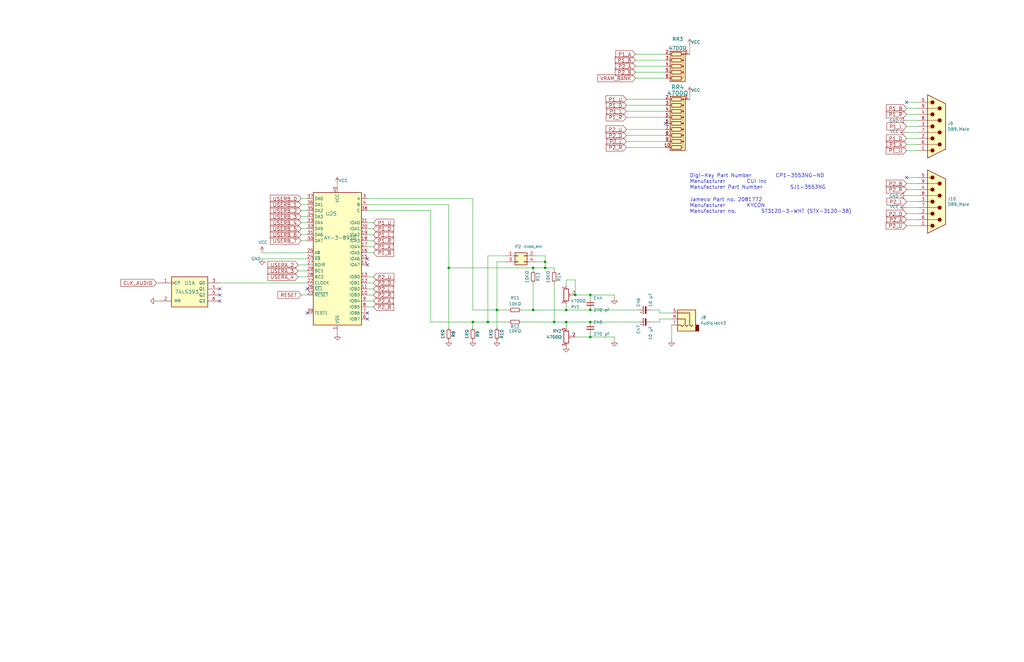
<source format=kicad_sch>
(kicad_sch (version 20211123) (generator eeschema)
  (paper "B")
  (lib_symbols
    (symbol "74xx:74LS393" (pin_names (offset 1.016))
      (property "Reference" "U" (at -7.62 8.89 0))
      (property "Value" "74LS393" (at -7.62 -8.89 0))
      (symbol "74LS393_1_0"
        (pin input clock (at -12.7 2.54 0) (length 5.08) (name "CP") (number "1"))
        (pin input line (at -12.7 -5.08 0) (length 5.08) (name "MR") (number "2"))
        (pin output line (at 12.7 2.54 180) (length 5.08) (name "Q0") (number "3"))
        (pin output line (at 12.7 0 180) (length 5.08) (name "Q1") (number "4"))
        (pin output line (at 12.7 -2.54 180) (length 5.08) (name "Q2") (number "5"))
        (pin output line (at 12.7 -5.08 180) (length 5.08) (name "Q3") (number "6"))
      )
      (symbol "74LS393_1_1"
        (rectangle (start -7.62 5.08) (end 7.62 -7.62) (stroke (width 0.254)) (fill (type background)))
      )
      (symbol "74LS393_2_0"
        (pin output line (at 12.7 0 180) (length 5.08) (name "Q1") (number "10"))
        (pin output line (at 12.7 2.54 180) (length 5.08) (name "Q0") (number "11"))
        (pin input line (at -12.7 -5.08 0) (length 5.08) (name "MR") (number "12"))
        (pin input clock (at -12.7 2.54 0) (length 5.08) (name "CP") (number "13"))
        (pin output line (at 12.7 -5.08 180) (length 5.08) (name "Q3") (number "8"))
        (pin output line (at 12.7 -2.54 180) (length 5.08) (name "Q2") (number "9"))
      )
      (symbol "74LS393_2_1"
        (rectangle (start -7.62 5.08) (end 7.62 -7.62) (stroke (width 0.254)) (fill (type background)))
      )
      (symbol "74LS393_3_0"
        (pin power_in line (at 0 12.7 270) (length 5.08) (name "VCC") (number "14"))
        (pin power_in line (at 0 -12.7 90) (length 5.08) (name "GND") (number "7"))
      )
      (symbol "74LS393_3_1"
        (rectangle (start -5.08 7.62) (end 5.08 -7.62) (stroke (width 0.254)) (fill (type background)))
      )
    )
    (symbol "Audio:YM2149"
      (property "Reference" "U" (at -10.16 29.21 0))
      (property "Value" "YM2149" (at 3.81 29.21 0))
      (symbol "YM2149_0_1"
        (rectangle (start -10.16 27.94) (end 10.16 -27.94) (stroke (width 0.254)) (fill (type background)))
      )
      (symbol "YM2149_1_1"
        (pin power_in line (at 0 -30.48 90) (length 2.54) (name "VSS") (number "1"))
        (pin bidirectional line (at 12.7 -15.24 180) (length 2.54) (name "IOB3") (number "10"))
        (pin bidirectional line (at 12.7 -12.7 180) (length 2.54) (name "IOB2") (number "11"))
        (pin bidirectional line (at 12.7 -10.16 180) (length 2.54) (name "IOB1") (number "12"))
        (pin bidirectional line (at 12.7 -7.62 180) (length 2.54) (name "IOB0") (number "13"))
        (pin bidirectional line (at 12.7 -2.54 180) (length 2.54) (name "IOA7") (number "14"))
        (pin bidirectional line (at 12.7 0 180) (length 2.54) (name "IOA6") (number "15"))
        (pin bidirectional line (at 12.7 2.54 180) (length 2.54) (name "IOA5") (number "16"))
        (pin bidirectional line (at 12.7 5.08 180) (length 2.54) (name "IOA4") (number "17"))
        (pin bidirectional line (at 12.7 7.62 180) (length 2.54) (name "IOA3") (number "18"))
        (pin bidirectional line (at 12.7 10.16 180) (length 2.54) (name "IOA2") (number "19"))
        (pin no_connect line (at -10.16 -17.78 0) (length 2.54) hide (name "NC") (number "2"))
        (pin bidirectional line (at 12.7 12.7 180) (length 2.54) (name "IOA1") (number "20"))
        (pin bidirectional line (at 12.7 15.24 180) (length 2.54) (name "IOA0") (number "21"))
        (pin input line (at -12.7 -10.16 0) (length 2.54) (name "CLOCK") (number "22"))
        (pin input line (at -12.7 -15.24 0) (length 2.54) (name "~{RESET}") (number "23"))
        (pin input line (at -12.7 0 0) (length 2.54) (name "~{A9}") (number "24"))
        (pin input line (at -12.7 2.54 0) (length 2.54) (name "A8") (number "25"))
        (pin input line (at -12.7 -12.7 0) (length 2.54) (name "~{SEL}") (number "26"))
        (pin input line (at -12.7 -2.54 0) (length 2.54) (name "BDIR") (number "27"))
        (pin input line (at -12.7 -7.62 0) (length 2.54) (name "BC2") (number "28"))
        (pin input line (at -12.7 -5.08 0) (length 2.54) (name "BC1") (number "29"))
        (pin output line (at 12.7 25.4 180) (length 2.54) (name "A") (number "3"))
        (pin bidirectional line (at -12.7 7.62 0) (length 2.54) (name "DA7") (number "30"))
        (pin bidirectional line (at -12.7 10.16 0) (length 2.54) (name "DA6") (number "31"))
        (pin bidirectional line (at -12.7 12.7 0) (length 2.54) (name "DA5") (number "32"))
        (pin bidirectional line (at -12.7 15.24 0) (length 2.54) (name "DA4") (number "33"))
        (pin bidirectional line (at -12.7 17.78 0) (length 2.54) (name "DA3") (number "34"))
        (pin bidirectional line (at -12.7 20.32 0) (length 2.54) (name "DA2") (number "35"))
        (pin bidirectional line (at -12.7 22.86 0) (length 2.54) (name "DA1") (number "36"))
        (pin bidirectional line (at -12.7 25.4 0) (length 2.54) (name "DA0") (number "37"))
        (pin output line (at 12.7 20.32 180) (length 2.54) (name "C") (number "38"))
        (pin passive line (at -12.7 -22.86 0) (length 2.54) (name "TEST1") (number "39"))
        (pin output line (at 12.7 22.86 180) (length 2.54) (name "B") (number "4"))
        (pin power_in line (at 0 30.48 270) (length 2.54) (name "VCC") (number "40"))
        (pin no_connect line (at -10.16 -20.32 0) (length 2.54) hide (name "NC") (number "5"))
        (pin bidirectional line (at 12.7 -25.4 180) (length 2.54) (name "IOB7") (number "6"))
        (pin bidirectional line (at 12.7 -22.86 180) (length 2.54) (name "IOB6") (number "7"))
        (pin bidirectional line (at 12.7 -20.32 180) (length 2.54) (name "IOB5") (number "8"))
        (pin bidirectional line (at 12.7 -17.78 180) (length 2.54) (name "IOB4") (number "9"))
      )
    )
    (symbol "Connector:AudioJack3"
      (property "Reference" "J" (at 0 8.89 0))
      (property "Value" "AudioJack3" (at 0 6.35 0))
      (symbol "AudioJack3_0_1"
        (rectangle (start -5.08 -5.08) (end -6.35 -2.54) (stroke (width 0.254)) (fill (type outline)))
        (polyline (pts (xy 0 -2.54) (xy 0.635 -3.175) (xy 1.27 -2.54) (xy 2.54 -2.54)) (stroke (width 0.254)))
        (polyline (pts (xy -1.905 -2.54) (xy -1.27 -3.175) (xy -0.635 -2.54) (xy -0.635 0) (xy 2.54 0)) (stroke (width 0.254)))
        (polyline (pts (xy 2.54 2.54) (xy -2.54 2.54) (xy -2.54 -2.54) (xy -3.175 -3.175) (xy -3.81 -2.54)) (stroke (width 0.254)))
        (rectangle (start 2.54 3.81) (end -5.08 -5.08) (stroke (width 0.254)) (fill (type background)))
      )
      (symbol "AudioJack3_1_1"
        (pin passive line (at 5.08 0 180) (length 2.54) (name "~") (number "R"))
        (pin passive line (at 5.08 2.54 180) (length 2.54) (name "~") (number "S"))
        (pin passive line (at 5.08 -2.54 180) (length 2.54) (name "~") (number "T"))
      )
    )
    (symbol "Connector:DB9_Male" (pin_names (offset 1.016) hide)
      (property "Reference" "J" (at 0 13.97 0))
      (property "Value" "DB9_Male" (at 0 -14.605 0))
      (symbol "DB9_Male_0_1"
        (circle (center -1.778 -10.16) (radius 0.762) (fill (type outline)))
        (circle (center -1.778 -5.08) (radius 0.762) (fill (type outline)))
        (circle (center -1.778 0) (radius 0.762) (fill (type outline)))
        (circle (center -1.778 5.08) (radius 0.762) (fill (type outline)))
        (circle (center -1.778 10.16) (radius 0.762) (fill (type outline)))
        (polyline (pts (xy -3.81 -10.16) (xy -2.54 -10.16)))
        (polyline (pts (xy -3.81 -7.62) (xy 0.508 -7.62)))
        (polyline (pts (xy -3.81 -5.08) (xy -2.54 -5.08)))
        (polyline (pts (xy -3.81 -2.54) (xy 0.508 -2.54)))
        (polyline (pts (xy -3.81 0) (xy -2.54 0)))
        (polyline (pts (xy -3.81 2.54) (xy 0.508 2.54)))
        (polyline (pts (xy -3.81 5.08) (xy -2.54 5.08)))
        (polyline (pts (xy -3.81 7.62) (xy 0.508 7.62)))
        (polyline (pts (xy -3.81 10.16) (xy -2.54 10.16)))
        (polyline (pts (xy -3.81 -13.335) (xy -3.81 13.335) (xy 3.81 9.525) (xy 3.81 -9.525) (xy -3.81 -13.335)) (stroke (width 0.254)) (fill (type background)))
        (circle (center 1.27 -7.62) (radius 0.762) (fill (type outline)))
        (circle (center 1.27 -2.54) (radius 0.762) (fill (type outline)))
        (circle (center 1.27 2.54) (radius 0.762) (fill (type outline)))
        (circle (center 1.27 7.62) (radius 0.762) (fill (type outline)))
      )
      (symbol "DB9_Male_1_1"
        (pin passive line (at -7.62 -10.16 0) (length 3.81) (name "1") (number "1"))
        (pin passive line (at -7.62 -5.08 0) (length 3.81) (name "2") (number "2"))
        (pin passive line (at -7.62 0 0) (length 3.81) (name "3") (number "3"))
        (pin passive line (at -7.62 5.08 0) (length 3.81) (name "4") (number "4"))
        (pin passive line (at -7.62 10.16 0) (length 3.81) (name "5") (number "5"))
        (pin passive line (at -7.62 -7.62 0) (length 3.81) (name "6") (number "6"))
        (pin passive line (at -7.62 -2.54 0) (length 3.81) (name "7") (number "7"))
        (pin passive line (at -7.62 2.54 0) (length 3.81) (name "8") (number "8"))
        (pin passive line (at -7.62 7.62 0) (length 3.81) (name "9") (number "9"))
      )
    )
    (symbol "Connector_Generic:Conn_02x02_Odd_Even" (pin_names (offset 1.016) hide)
      (property "Reference" "J" (at 1.27 2.54 0))
      (property "Value" "Conn_02x02_Odd_Even" (at 1.27 -5.08 0))
      (symbol "Conn_02x02_Odd_Even_1_1"
        (rectangle (start -1.27 -2.413) (end 0 -2.667) (stroke (width 0.1524)))
        (rectangle (start -1.27 0.127) (end 0 -0.127) (stroke (width 0.1524)))
        (rectangle (start -1.27 1.27) (end 3.81 -3.81) (stroke (width 0.254)) (fill (type background)))
        (rectangle (start 3.81 -2.413) (end 2.54 -2.667) (stroke (width 0.1524)))
        (rectangle (start 3.81 0.127) (end 2.54 -0.127) (stroke (width 0.1524)))
        (pin passive line (at -5.08 0 0) (length 3.81) (name "Pin_1") (number "1"))
        (pin passive line (at 7.62 0 180) (length 3.81) (name "Pin_2") (number "2"))
        (pin passive line (at -5.08 -2.54 0) (length 3.81) (name "Pin_3") (number "3"))
        (pin passive line (at 7.62 -2.54 180) (length 3.81) (name "Pin_4") (number "4"))
      )
    )
    (symbol "Device:C_Polarized_Small" (pin_numbers hide) (pin_names (offset 0.254) hide)
      (property "Reference" "C" (at 0.254 1.778 0))
      (property "Value" "C_Polarized_Small" (at 0.254 -2.032 0))
      (symbol "C_Polarized_Small_0_1"
        (rectangle (start -1.524 -0.3048) (end 1.524 -0.6858) (fill (type outline)))
        (rectangle (start -1.524 0.6858) (end 1.524 0.3048))
        (polyline (pts (xy -1.27 1.524) (xy -0.762 1.524)))
        (polyline (pts (xy -1.016 1.27) (xy -1.016 1.778)))
      )
      (symbol "C_Polarized_Small_1_1"
        (pin passive line (at 0 2.54 270) (length 1.8542) (name "~") (number "1"))
        (pin passive line (at 0 -2.54 90) (length 1.8542) (name "~") (number "2"))
      )
    )
    (symbol "Device:C_Small" (pin_numbers hide) (pin_names (offset 0.254) hide)
      (property "Reference" "C" (at 0.254 1.778 0))
      (property "Value" "C_Small" (at 0.254 -2.032 0))
      (symbol "C_Small_0_1"
        (polyline (pts (xy -1.524 -0.508) (xy 1.524 -0.508)) (stroke (width 0.3302)))
        (polyline (pts (xy -1.524 0.508) (xy 1.524 0.508)) (stroke (width 0.3048)))
      )
      (symbol "C_Small_1_1"
        (pin passive line (at 0 2.54 270) (length 2.032) (name "~") (number "1"))
        (pin passive line (at 0 -2.54 90) (length 2.032) (name "~") (number "2"))
      )
    )
    (symbol "Device:R_Network05" (pin_names (offset 0) hide)
      (property "Reference" "RN" (at -7.62 0 90))
      (property "Value" "R_Network05" (at 7.62 0 90))
      (symbol "R_Network05_0_1"
        (rectangle (start -6.35 -3.175) (end 6.35 3.175) (stroke (width 0.254)) (fill (type background)))
        (rectangle (start -5.842 1.524) (end -4.318 -2.54) (stroke (width 0.254)))
        (circle (center -5.08 2.286) (radius 0.254) (fill (type outline)))
        (rectangle (start -3.302 1.524) (end -1.778 -2.54) (stroke (width 0.254)))
        (circle (center -2.54 2.286) (radius 0.254) (fill (type outline)))
        (rectangle (start -0.762 1.524) (end 0.762 -2.54) (stroke (width 0.254)))
        (polyline (pts (xy -5.08 -2.54) (xy -5.08 -3.81)))
        (polyline (pts (xy -2.54 -2.54) (xy -2.54 -3.81)))
        (polyline (pts (xy 0 -2.54) (xy 0 -3.81)))
        (polyline (pts (xy 2.54 -2.54) (xy 2.54 -3.81)))
        (polyline (pts (xy 5.08 -2.54) (xy 5.08 -3.81)))
        (polyline (pts (xy -5.08 1.524) (xy -5.08 2.286) (xy -2.54 2.286) (xy -2.54 1.524)))
        (polyline (pts (xy -2.54 1.524) (xy -2.54 2.286) (xy 0 2.286) (xy 0 1.524)))
        (polyline (pts (xy 0 1.524) (xy 0 2.286) (xy 2.54 2.286) (xy 2.54 1.524)))
        (polyline (pts (xy 2.54 1.524) (xy 2.54 2.286) (xy 5.08 2.286) (xy 5.08 1.524)))
        (circle (center 0 2.286) (radius 0.254) (fill (type outline)))
        (rectangle (start 1.778 1.524) (end 3.302 -2.54) (stroke (width 0.254)))
        (circle (center 2.54 2.286) (radius 0.254) (fill (type outline)))
        (rectangle (start 4.318 1.524) (end 5.842 -2.54) (stroke (width 0.254)))
      )
      (symbol "R_Network05_1_1"
        (pin passive line (at -5.08 5.08 270) (length 2.54) (name "common") (number "1"))
        (pin passive line (at -5.08 -5.08 90) (length 1.27) (name "R1") (number "2"))
        (pin passive line (at -2.54 -5.08 90) (length 1.27) (name "R2") (number "3"))
        (pin passive line (at 0 -5.08 90) (length 1.27) (name "R3") (number "4"))
        (pin passive line (at 2.54 -5.08 90) (length 1.27) (name "R4") (number "5"))
        (pin passive line (at 5.08 -5.08 90) (length 1.27) (name "R5") (number "6"))
      )
    )
    (symbol "Device:R_Network09" (pin_names (offset 0) hide)
      (property "Reference" "RN" (at -12.7 0 90))
      (property "Value" "R_Network09" (at 12.7 0 90))
      (symbol "R_Network09_0_1"
        (rectangle (start -11.43 -3.175) (end 11.43 3.175) (stroke (width 0.254)) (fill (type background)))
        (rectangle (start -10.922 1.524) (end -9.398 -2.54) (stroke (width 0.254)))
        (circle (center -10.16 2.286) (radius 0.254) (fill (type outline)))
        (rectangle (start -8.382 1.524) (end -6.858 -2.54) (stroke (width 0.254)))
        (circle (center -7.62 2.286) (radius 0.254) (fill (type outline)))
        (rectangle (start -5.842 1.524) (end -4.318 -2.54) (stroke (width 0.254)))
        (circle (center -5.08 2.286) (radius 0.254) (fill (type outline)))
        (rectangle (start -3.302 1.524) (end -1.778 -2.54) (stroke (width 0.254)))
        (circle (center -2.54 2.286) (radius 0.254) (fill (type outline)))
        (rectangle (start -0.762 1.524) (end 0.762 -2.54) (stroke (width 0.254)))
        (polyline (pts (xy -10.16 -2.54) (xy -10.16 -3.81)))
        (polyline (pts (xy -7.62 -2.54) (xy -7.62 -3.81)))
        (polyline (pts (xy -5.08 -2.54) (xy -5.08 -3.81)))
        (polyline (pts (xy -2.54 -2.54) (xy -2.54 -3.81)))
        (polyline (pts (xy 0 -2.54) (xy 0 -3.81)))
        (polyline (pts (xy 2.54 -2.54) (xy 2.54 -3.81)))
        (polyline (pts (xy 5.08 -2.54) (xy 5.08 -3.81)))
        (polyline (pts (xy 7.62 -2.54) (xy 7.62 -3.81)))
        (polyline (pts (xy 10.16 -2.54) (xy 10.16 -3.81)))
        (polyline (pts (xy -10.16 1.524) (xy -10.16 2.286) (xy -7.62 2.286) (xy -7.62 1.524)))
        (polyline (pts (xy -7.62 1.524) (xy -7.62 2.286) (xy -5.08 2.286) (xy -5.08 1.524)))
        (polyline (pts (xy -5.08 1.524) (xy -5.08 2.286) (xy -2.54 2.286) (xy -2.54 1.524)))
        (polyline (pts (xy -2.54 1.524) (xy -2.54 2.286) (xy 0 2.286) (xy 0 1.524)))
        (polyline (pts (xy 0 1.524) (xy 0 2.286) (xy 2.54 2.286) (xy 2.54 1.524)))
        (polyline (pts (xy 2.54 1.524) (xy 2.54 2.286) (xy 5.08 2.286) (xy 5.08 1.524)))
        (polyline (pts (xy 5.08 1.524) (xy 5.08 2.286) (xy 7.62 2.286) (xy 7.62 1.524)))
        (polyline (pts (xy 7.62 1.524) (xy 7.62 2.286) (xy 10.16 2.286) (xy 10.16 1.524)))
        (circle (center 0 2.286) (radius 0.254) (fill (type outline)))
        (rectangle (start 1.778 1.524) (end 3.302 -2.54) (stroke (width 0.254)))
        (circle (center 2.54 2.286) (radius 0.254) (fill (type outline)))
        (rectangle (start 4.318 1.524) (end 5.842 -2.54) (stroke (width 0.254)))
        (circle (center 5.08 2.286) (radius 0.254) (fill (type outline)))
        (rectangle (start 6.858 1.524) (end 8.382 -2.54) (stroke (width 0.254)))
        (circle (center 7.62 2.286) (radius 0.254) (fill (type outline)))
        (rectangle (start 9.398 1.524) (end 10.922 -2.54) (stroke (width 0.254)))
      )
      (symbol "R_Network09_1_1"
        (pin passive line (at -10.16 5.08 270) (length 2.54) (name "common") (number "1"))
        (pin passive line (at 10.16 -5.08 90) (length 1.27) (name "R9") (number "10"))
        (pin passive line (at -10.16 -5.08 90) (length 1.27) (name "R1") (number "2"))
        (pin passive line (at -7.62 -5.08 90) (length 1.27) (name "R2") (number "3"))
        (pin passive line (at -5.08 -5.08 90) (length 1.27) (name "R3") (number "4"))
        (pin passive line (at -2.54 -5.08 90) (length 1.27) (name "R4") (number "5"))
        (pin passive line (at 0 -5.08 90) (length 1.27) (name "R5") (number "6"))
        (pin passive line (at 2.54 -5.08 90) (length 1.27) (name "R6") (number "7"))
        (pin passive line (at 5.08 -5.08 90) (length 1.27) (name "R7") (number "8"))
        (pin passive line (at 7.62 -5.08 90) (length 1.27) (name "R8") (number "9"))
      )
    )
    (symbol "Device:R_Potentiometer_Trim" (pin_names (offset 1.016) hide)
      (property "Reference" "RV" (at -4.445 0 90))
      (property "Value" "R_Potentiometer_Trim" (at -2.54 0 90))
      (symbol "R_Potentiometer_Trim_0_1"
        (polyline (pts (xy 1.524 0.762) (xy 1.524 -0.762)))
        (polyline (pts (xy 2.54 0) (xy 1.524 0)))
        (rectangle (start 1.016 2.54) (end -1.016 -2.54) (stroke (width 0.254)))
      )
      (symbol "R_Potentiometer_Trim_1_1"
        (pin passive line (at 0 3.81 270) (length 1.27) (name "1") (number "1"))
        (pin passive line (at 3.81 0 180) (length 1.27) (name "2") (number "2"))
        (pin passive line (at 0 -3.81 90) (length 1.27) (name "3") (number "3"))
      )
    )
    (symbol "Device:R_Small" (pin_numbers hide) (pin_names (offset 0.254) hide)
      (property "Reference" "R" (at 0.762 0.508 0))
      (property "Value" "R_Small" (at 0.762 -1.016 0))
      (symbol "R_Small_0_1"
        (rectangle (start -0.762 1.778) (end 0.762 -1.778) (stroke (width 0.2032)))
      )
      (symbol "R_Small_1_1"
        (pin passive line (at 0 2.54 270) (length 0.762) (name "~") (number "1"))
        (pin passive line (at 0 -2.54 90) (length 0.762) (name "~") (number "2"))
      )
    )
    (symbol "power:GND" (power) (pin_names (offset 0))
      (property "Value" "GND" (at 0 -3.81 0))
      (symbol "GND_0_1"
        (polyline (pts (xy 0 0) (xy 0 -1.27) (xy 1.27 -1.27) (xy 0 -2.54) (xy -1.27 -1.27) (xy 0 -1.27)))
      )
      (symbol "GND_1_1"
        (pin power_in line (at 0 0 270) (length 0) hide (name "GND") (number "1"))
      )
    )
    (symbol "power:VCC" (power) (pin_names (offset 0))
      (property "Value" "VCC" (at 0 3.81 0))
      (symbol "VCC_0_1"
        (polyline (pts (xy -0.762 1.27) (xy 0 2.54)))
        (polyline (pts (xy 0 0) (xy 0 2.54)))
        (polyline (pts (xy 0 2.54) (xy 0.762 1.27)))
      )
      (symbol "VCC_1_1"
        (pin power_in line (at 0 0 90) (length 0) hide (name "VCC") (number "1"))
      )
    )
  )
  (junction (at 248.92 124.46))
  (junction (at 189.23 113.03))
  (junction (at 233.68 135.89))
  (junction (at 229.87 110.49))
  (junction (at 238.76 130.81))
  (junction (at 205.74 135.89))
  (junction (at 229.87 113.03))
  (junction (at 248.92 135.89))
  (junction (at 238.76 135.89))
  (junction (at 199.39 135.89))
  (junction (at 248.92 142.24))
  (junction (at 224.79 130.81))
  (junction (at 224.79 113.03))
  (junction (at 248.92 130.81))
  (junction (at 209.55 130.81))
  (junction (at 242.57 124.46))
  (no_connect (at 92.71 124.46))
  (no_connect (at 154.94 109.22))
  (no_connect (at 280.67 52.07))
  (no_connect (at 129.54 121.92))
  (no_connect (at 154.94 132.08))
  (no_connect (at 92.71 121.92))
  (no_connect (at 92.71 127))
  (no_connect (at 382.27 43.18))
  (no_connect (at 154.94 111.76))
  (no_connect (at 154.94 134.62))
  (no_connect (at 129.54 132.08))
  (no_connect (at 382.27 74.93))
  (wire (pts (xy 110.49 106.68) (xy 129.54 106.68)))
  (wire (pts (xy 229.87 110.49) (xy 229.87 113.03)))
  (wire (pts (xy 154.94 86.36) (xy 189.23 86.36)))
  (wire (pts (xy 154.94 119.38) (xy 157.48 119.38)))
  (wire (pts (xy 280.67 49.53) (xy 264.16 49.53)))
  (wire (pts (xy 127 83.82) (xy 129.54 83.82)))
  (wire (pts (xy 280.67 25.4) (xy 267.97 25.4)))
  (wire (pts (xy 125.73 111.76) (xy 129.54 111.76)))
  (wire (pts (xy 290.83 19.05) (xy 290.83 22.86)))
  (wire (pts (xy 283.21 132.08) (xy 278.13 132.08)))
  (wire (pts (xy 226.06 110.49) (xy 229.87 110.49)))
  (wire (pts (xy 280.67 57.15) (xy 264.16 57.15)))
  (wire (pts (xy 154.94 96.52) (xy 157.48 96.52)))
  (wire (pts (xy 142.24 77.47) (xy 142.24 78.74)))
  (wire (pts (xy 154.94 83.82) (xy 199.39 83.82)))
  (wire (pts (xy 154.94 121.92) (xy 157.48 121.92)))
  (wire (pts (xy 387.35 45.72) (xy 382.27 45.72)))
  (wire (pts (xy 387.35 95.25) (xy 382.27 95.25)))
  (wire (pts (xy 274.32 130.81) (xy 278.13 130.81)))
  (wire (pts (xy 127 91.44) (xy 129.54 91.44)))
  (wire (pts (xy 127 99.06) (xy 129.54 99.06)))
  (wire (pts (xy 209.55 110.49) (xy 209.55 130.81)))
  (wire (pts (xy 238.76 135.89) (xy 248.92 135.89)))
  (wire (pts (xy 181.61 135.89) (xy 199.39 135.89)))
  (wire (pts (xy 387.35 80.01) (xy 382.27 80.01)))
  (wire (pts (xy 233.68 135.89) (xy 238.76 135.89)))
  (wire (pts (xy 209.55 130.81) (xy 214.63 130.81)))
  (wire (pts (xy 224.79 130.81) (xy 238.76 130.81)))
  (wire (pts (xy 229.87 113.03) (xy 233.68 113.03)))
  (wire (pts (xy 290.83 39.37) (xy 290.83 41.91)))
  (wire (pts (xy 280.67 30.48) (xy 267.97 30.48)))
  (wire (pts (xy 280.67 27.94) (xy 267.97 27.94)))
  (wire (pts (xy 154.94 99.06) (xy 157.48 99.06)))
  (wire (pts (xy 189.23 86.36) (xy 189.23 113.03)))
  (wire (pts (xy 181.61 88.9) (xy 181.61 135.89)))
  (wire (pts (xy 142.24 139.7) (xy 142.24 140.97)))
  (wire (pts (xy 248.92 124.46) (xy 259.08 124.46)))
  (wire (pts (xy 259.08 142.24) (xy 259.08 143.51)))
  (wire (pts (xy 283.21 137.16) (xy 283.21 143.51)))
  (wire (pts (xy 280.67 44.45) (xy 264.16 44.45)))
  (wire (pts (xy 209.55 130.81) (xy 209.55 138.43)))
  (wire (pts (xy 127 88.9) (xy 129.54 88.9)))
  (wire (pts (xy 66.04 127) (xy 67.31 127)))
  (wire (pts (xy 154.94 93.98) (xy 157.48 93.98)))
  (wire (pts (xy 205.74 135.89) (xy 205.74 107.95)))
  (wire (pts (xy 229.87 107.95) (xy 229.87 110.49)))
  (wire (pts (xy 199.39 135.89) (xy 199.39 138.43)))
  (wire (pts (xy 154.94 88.9) (xy 181.61 88.9)))
  (wire (pts (xy 127 93.98) (xy 129.54 93.98)))
  (wire (pts (xy 387.35 43.18) (xy 382.27 43.18)))
  (wire (pts (xy 209.55 110.49) (xy 213.36 110.49)))
  (wire (pts (xy 224.79 113.03) (xy 229.87 113.03)))
  (wire (pts (xy 280.67 46.99) (xy 264.16 46.99)))
  (wire (pts (xy 248.92 135.89) (xy 269.24 135.89)))
  (wire (pts (xy 242.57 142.24) (xy 248.92 142.24)))
  (wire (pts (xy 205.74 135.89) (xy 214.63 135.89)))
  (wire (pts (xy 226.06 107.95) (xy 229.87 107.95)))
  (wire (pts (xy 127 96.52) (xy 129.54 96.52)))
  (wire (pts (xy 248.92 140.97) (xy 248.92 142.24)))
  (wire (pts (xy 125.73 116.84) (xy 129.54 116.84)))
  (wire (pts (xy 387.35 92.71) (xy 382.27 92.71)))
  (wire (pts (xy 154.94 101.6) (xy 157.48 101.6)))
  (wire (pts (xy 280.67 22.86) (xy 267.97 22.86)))
  (wire (pts (xy 242.57 124.46) (xy 242.57 118.11)))
  (wire (pts (xy 205.74 107.95) (xy 213.36 107.95)))
  (wire (pts (xy 259.08 124.46) (xy 259.08 125.73)))
  (wire (pts (xy 154.94 129.54) (xy 157.48 129.54)))
  (wire (pts (xy 154.94 106.68) (xy 157.48 106.68)))
  (wire (pts (xy 280.67 62.23) (xy 264.16 62.23)))
  (wire (pts (xy 387.35 90.17) (xy 382.27 90.17)))
  (wire (pts (xy 387.35 50.8) (xy 382.27 50.8)))
  (wire (pts (xy 127 124.46) (xy 129.54 124.46)))
  (wire (pts (xy 154.94 124.46) (xy 157.48 124.46)))
  (wire (pts (xy 274.32 135.89) (xy 278.13 135.89)))
  (wire (pts (xy 125.73 114.3) (xy 129.54 114.3)))
  (wire (pts (xy 238.76 118.11) (xy 242.57 118.11)))
  (wire (pts (xy 199.39 83.82) (xy 199.39 130.81)))
  (wire (pts (xy 92.71 119.38) (xy 129.54 119.38)))
  (wire (pts (xy 278.13 135.89) (xy 278.13 134.62)))
  (wire (pts (xy 280.67 54.61) (xy 264.16 54.61)))
  (wire (pts (xy 248.92 142.24) (xy 259.08 142.24)))
  (wire (pts (xy 219.71 135.89) (xy 233.68 135.89)))
  (wire (pts (xy 280.67 33.02) (xy 267.97 33.02)))
  (wire (pts (xy 387.35 53.34) (xy 382.27 53.34)))
  (wire (pts (xy 127 86.36) (xy 129.54 86.36)))
  (wire (pts (xy 189.23 113.03) (xy 189.23 138.43)))
  (wire (pts (xy 110.49 109.22) (xy 129.54 109.22)))
  (wire (pts (xy 278.13 134.62) (xy 283.21 134.62)))
  (wire (pts (xy 238.76 135.89) (xy 238.76 138.43)))
  (wire (pts (xy 280.67 59.69) (xy 264.16 59.69)))
  (wire (pts (xy 248.92 124.46) (xy 248.92 125.73)))
  (wire (pts (xy 219.71 130.81) (xy 224.79 130.81)))
  (wire (pts (xy 238.76 130.81) (xy 248.92 130.81)))
  (wire (pts (xy 224.79 119.38) (xy 224.79 130.81)))
  (wire (pts (xy 199.39 130.81) (xy 209.55 130.81)))
  (wire (pts (xy 66.04 119.38) (xy 67.31 119.38)))
  (wire (pts (xy 233.68 113.03) (xy 233.68 114.3)))
  (wire (pts (xy 233.68 135.89) (xy 233.68 119.38)))
  (wire (pts (xy 154.94 127) (xy 157.48 127)))
  (wire (pts (xy 238.76 118.11) (xy 238.76 120.65)))
  (wire (pts (xy 387.35 48.26) (xy 382.27 48.26)))
  (wire (pts (xy 387.35 74.93) (xy 382.27 74.93)))
  (wire (pts (xy 154.94 116.84) (xy 157.48 116.84)))
  (wire (pts (xy 127 101.6) (xy 129.54 101.6)))
  (wire (pts (xy 189.23 113.03) (xy 224.79 113.03)))
  (wire (pts (xy 278.13 130.81) (xy 278.13 132.08)))
  (wire (pts (xy 238.76 128.27) (xy 238.76 130.81)))
  (wire (pts (xy 387.35 82.55) (xy 382.27 82.55)))
  (wire (pts (xy 387.35 85.09) (xy 382.27 85.09)))
  (wire (pts (xy 387.35 77.47) (xy 382.27 77.47)))
  (wire (pts (xy 242.57 124.46) (xy 248.92 124.46)))
  (wire (pts (xy 387.35 63.5) (xy 382.27 63.5)))
  (wire (pts (xy 387.35 60.96) (xy 382.27 60.96)))
  (wire (pts (xy 387.35 87.63) (xy 382.27 87.63)))
  (wire (pts (xy 154.94 104.14) (xy 157.48 104.14)))
  (wire (pts (xy 280.67 41.91) (xy 264.16 41.91)))
  (wire (pts (xy 387.35 55.88) (xy 382.27 55.88)))
  (wire (pts (xy 199.39 135.89) (xy 205.74 135.89)))
  (wire (pts (xy 224.79 113.03) (xy 224.79 114.3)))
  (wire (pts (xy 387.35 58.42) (xy 382.27 58.42)))
  (wire (pts (xy 248.92 130.81) (xy 269.24 130.81)))
  (text "Digi-Key Part Number	CP1-3553NG-ND	\nManufacturer	CUI Inc\nManufacturer Part Number	SJ1-3553NG" (at 290.83 80.01 0) (effects (font (size 1.524 1.524)) (justify left bottom)))
  (text " " (at 92.71 161.29 0) (effects (font (size 1.524 1.524)) (justify left bottom)))
  (text "Jameco Part no. 2081772\nManufacturer 	KYCON \nManufacturer no. 	ST3120-3-WHT (STX-3120-3B)" (at 290.83 90.17 0) (effects (font (size 1.524 1.524)) (justify left bottom)))
  (global_label "P1_R" (shape input) (at 157.48 101.6 0) (effects (font (size 1.524 1.524))) (property "Intersheet References" "${INTERSHEET_REFS}" (effects hide)))
  (global_label "P1_D" (shape input) (at 157.48 96.52 0) (effects (font (size 1.524 1.524))) (property "Intersheet References" "${INTERSHEET_REFS}" (effects hide)))
  (global_label "P2_R" (shape input) (at 157.48 124.46 0) (effects (font (size 1.524 1.524))) (property "Intersheet References" "${INTERSHEET_REFS}" (effects hide)))
  (global_label "USERB_6" (shape input) (at 127 99.06 180) (effects (font (size 1.524 1.524))) (property "Intersheet References" "${INTERSHEET_REFS}" (effects hide)))
  (global_label "P1_U" (shape input) (at 157.48 93.98 0) (effects (font (size 1.524 1.524))) (property "Intersheet References" "${INTERSHEET_REFS}" (effects hide)))
  (global_label "P2_U" (shape input) (at 264.16 54.61 180) (effects (font (size 1.524 1.524))) (property "Intersheet References" "${INTERSHEET_REFS}" (effects hide)))
  (global_label "P2_L" (shape input) (at 157.48 121.92 0) (effects (font (size 1.524 1.524))) (property "Intersheet References" "${INTERSHEET_REFS}" (effects hide)))
  (global_label "P1_L" (shape input) (at 264.16 46.99 180) (effects (font (size 1.524 1.524))) (property "Intersheet References" "${INTERSHEET_REFS}" (effects hide)))
  (global_label "USERB_3" (shape input) (at 127 91.44 180) (effects (font (size 1.524 1.524))) (property "Intersheet References" "${INTERSHEET_REFS}" (effects hide)))
  (global_label "P2_B" (shape input) (at 267.97 30.48 180) (effects (font (size 1.524 1.524))) (property "Intersheet References" "${INTERSHEET_REFS}" (effects hide)))
  (global_label "P2_B" (shape input) (at 382.27 77.47 180) (effects (font (size 1.524 1.524))) (property "Intersheet References" "${INTERSHEET_REFS}" (effects hide)))
  (global_label "P2_D" (shape input) (at 157.48 119.38 0) (effects (font (size 1.524 1.524))) (property "Intersheet References" "${INTERSHEET_REFS}" (effects hide)))
  (global_label "USERB_7" (shape input) (at 127 101.6 180) (effects (font (size 1.524 1.524))) (property "Intersheet References" "${INTERSHEET_REFS}" (effects hide)))
  (global_label "USERA_2" (shape input) (at 125.73 111.76 180) (effects (font (size 1.524 1.524))) (property "Intersheet References" "${INTERSHEET_REFS}" (effects hide)))
  (global_label "USERB_4" (shape input) (at 127 93.98 180) (effects (font (size 1.524 1.524))) (property "Intersheet References" "${INTERSHEET_REFS}" (effects hide)))
  (global_label "P2_B" (shape input) (at 157.48 129.54 0) (effects (font (size 1.524 1.524))) (property "Intersheet References" "${INTERSHEET_REFS}" (effects hide)))
  (global_label "P2_A" (shape input) (at 382.27 92.71 180) (effects (font (size 1.524 1.524))) (property "Intersheet References" "${INTERSHEET_REFS}" (effects hide)))
  (global_label "P2_U" (shape input) (at 382.27 95.25 180) (effects (font (size 1.524 1.524))) (property "Intersheet References" "${INTERSHEET_REFS}" (effects hide)))
  (global_label "P2_A" (shape input) (at 157.48 127 0) (effects (font (size 1.524 1.524))) (property "Intersheet References" "${INTERSHEET_REFS}" (effects hide)))
  (global_label "P2_R" (shape input) (at 382.27 80.01 180) (effects (font (size 1.524 1.524))) (property "Intersheet References" "${INTERSHEET_REFS}" (effects hide)))
  (global_label "P1_B" (shape input) (at 382.27 45.72 180) (effects (font (size 1.524 1.524))) (property "Intersheet References" "${INTERSHEET_REFS}" (effects hide)))
  (global_label "P2_A" (shape input) (at 267.97 27.94 180) (effects (font (size 1.524 1.524))) (property "Intersheet References" "${INTERSHEET_REFS}" (effects hide)))
  (global_label "P2_L" (shape input) (at 382.27 85.09 180) (effects (font (size 1.524 1.524))) (property "Intersheet References" "${INTERSHEET_REFS}" (effects hide)))
  (global_label "USERB_0" (shape input) (at 127 83.82 180) (effects (font (size 1.524 1.524))) (property "Intersheet References" "${INTERSHEET_REFS}" (effects hide)))
  (global_label "P1_A" (shape input) (at 157.48 104.14 0) (effects (font (size 1.524 1.524))) (property "Intersheet References" "${INTERSHEET_REFS}" (effects hide)))
  (global_label "P1_B" (shape input) (at 157.48 106.68 0) (effects (font (size 1.524 1.524))) (property "Intersheet References" "${INTERSHEET_REFS}" (effects hide)))
  (global_label "USERB_2" (shape input) (at 127 88.9 180) (effects (font (size 1.524 1.524))) (property "Intersheet References" "${INTERSHEET_REFS}" (effects hide)))
  (global_label "P1_A" (shape input) (at 267.97 22.86 180) (effects (font (size 1.524 1.524))) (property "Intersheet References" "${INTERSHEET_REFS}" (effects hide)))
  (global_label "USERA_4" (shape input) (at 125.73 116.84 180) (effects (font (size 1.524 1.524))) (property "Intersheet References" "${INTERSHEET_REFS}" (effects hide)))
  (global_label "USERA_3" (shape input) (at 125.73 114.3 180) (effects (font (size 1.524 1.524))) (property "Intersheet References" "${INTERSHEET_REFS}" (effects hide)))
  (global_label "CLK_AUDIO" (shape input) (at 66.04 119.38 180) (effects (font (size 1.524 1.524))) (property "Intersheet References" "${INTERSHEET_REFS}" (effects hide)))
  (global_label "P1_U" (shape input) (at 264.16 41.91 180) (effects (font (size 1.524 1.524))) (property "Intersheet References" "${INTERSHEET_REFS}" (effects hide)))
  (global_label "RESET" (shape input) (at 127 124.46 180) (effects (font (size 1.524 1.524))) (property "Intersheet References" "${INTERSHEET_REFS}" (effects hide)))
  (global_label "P2_U" (shape input) (at 157.48 116.84 0) (effects (font (size 1.524 1.524))) (property "Intersheet References" "${INTERSHEET_REFS}" (effects hide)))
  (global_label "P2_D" (shape input) (at 264.16 57.15 180) (effects (font (size 1.524 1.524))) (property "Intersheet References" "${INTERSHEET_REFS}" (effects hide)))
  (global_label "P1_D" (shape input) (at 382.27 58.42 180) (effects (font (size 1.524 1.524))) (property "Intersheet References" "${INTERSHEET_REFS}" (effects hide)))
  (global_label "P1_A" (shape input) (at 382.27 60.96 180) (effects (font (size 1.524 1.524))) (property "Intersheet References" "${INTERSHEET_REFS}" (effects hide)))
  (global_label "P1_B" (shape input) (at 267.97 25.4 180) (effects (font (size 1.524 1.524))) (property "Intersheet References" "${INTERSHEET_REFS}" (effects hide)))
  (global_label "USERB_1" (shape input) (at 127 86.36 180) (effects (font (size 1.524 1.524))) (property "Intersheet References" "${INTERSHEET_REFS}" (effects hide)))
  (global_label "P2_D" (shape input) (at 382.27 90.17 180) (effects (font (size 1.524 1.524))) (property "Intersheet References" "${INTERSHEET_REFS}" (effects hide)))
  (global_label "USERB_5" (shape input) (at 127 96.52 180) (effects (font (size 1.524 1.524))) (property "Intersheet References" "${INTERSHEET_REFS}" (effects hide)))
  (global_label "P1_D" (shape input) (at 264.16 44.45 180) (effects (font (size 1.524 1.524))) (property "Intersheet References" "${INTERSHEET_REFS}" (effects hide)))
  (global_label "P1_R" (shape input) (at 264.16 49.53 180) (effects (font (size 1.524 1.524))) (property "Intersheet References" "${INTERSHEET_REFS}" (effects hide)))
  (global_label "P2_L" (shape input) (at 264.16 59.69 180) (effects (font (size 1.524 1.524))) (property "Intersheet References" "${INTERSHEET_REFS}" (effects hide)))
  (global_label "P1_L" (shape input) (at 157.48 99.06 0) (effects (font (size 1.524 1.524))) (property "Intersheet References" "${INTERSHEET_REFS}" (effects hide)))
  (global_label "P1_R" (shape input) (at 382.27 48.26 180) (effects (font (size 1.524 1.524))) (property "Intersheet References" "${INTERSHEET_REFS}" (effects hide)))
  (global_label "P1_U" (shape input) (at 382.27 63.5 180) (effects (font (size 1.524 1.524))) (property "Intersheet References" "${INTERSHEET_REFS}" (effects hide)))
  (global_label "P1_L" (shape input) (at 382.27 53.34 180) (effects (font (size 1.524 1.524))) (property "Intersheet References" "${INTERSHEET_REFS}" (effects hide)))
  (global_label "VRAM_BANK" (shape input) (at 267.97 33.02 180) (effects (font (size 1.524 1.524))) (property "Intersheet References" "${INTERSHEET_REFS}" (effects hide)))
  (global_label "P2_R" (shape input) (at 264.16 62.23 180) (effects (font (size 1.524 1.524))) (property "Intersheet References" "${INTERSHEET_REFS}" (effects hide)))
  (symbol (lib_id "power:GND") (at 66.04 127 270) (unit 1)
    (property "Reference" "#PWR069" (effects hide))
    (property "Value" "GND" (effects hide))
  )
  (symbol (lib_id "74xx:74LS393") (at 80.01 121.92 0) (unit 1)
    (property "Reference" "U1" (at 80.01 119.38 0) (effects (font (size 1.524 1.524))))
    (property "Value" "74LS393" (at 78.74 123.19 0) (effects (font (size 1.524 1.524))))
    (property "Footprint" "Package_DIP:DIP-14_W7.62mm_Socket" (effects hide))
    (property "Datasheet" "74xx\\74LS393.pdf" (effects hide))
  )
  (symbol (lib_id "Connector_Generic:Conn_02x02_Odd_Even") (at 218.44 107.95 0) (unit 1)
    (property "Reference" "P2" (at 218.44 104.14 0))
    (property "Value" "CHAN_MIX" (at 224.79 104.14 0) (effects (font (size 1.016 1.016))))
    (property "Footprint" "Connector_PinHeader_2.54mm:PinHeader_2x02_P2.54mm_Vertical" (effects hide))
  )
  (symbol (lib_id "power:GND") (at 283.21 143.51 0) (unit 1)
    (property "Reference" "#PWR080" (effects hide))
    (property "Value" "GND" (effects hide))
  )
  (symbol (lib_id "Audio:YM2149") (at 142.24 109.22 0) (unit 1)
    (property "Reference" "U25" (at 139.7 90.17 0) (effects (font (size 1.524 1.524))))
    (property "Value" "AY-3-8910" (at 143.51 100.33 0) (effects (font (size 1.524 1.524))))
    (property "Footprint" "Package_DIP:DIP-40_W15.24mm" (effects hide))
    (property "Datasheet" "http://www.ym2149.com/ym2149.pdf" (effects hide))
  )
  (symbol (lib_id "Device:R_Small") (at 189.23 140.97 0) (unit 1)
    (property "Reference" "R8" (at 191.262 140.97 90))
    (property "Value" "1KΩ" (at 186.69 140.97 90))
    (property "Footprint" "Resistor_THT:R_Axial_DIN0204_L3.6mm_D1.6mm_P5.08mm_Horizontal" (effects hide))
  )
  (symbol (lib_id "Device:R_Small") (at 199.39 140.97 0) (unit 1)
    (property "Reference" "R9" (at 201.422 140.97 90))
    (property "Value" "1KΩ" (at 196.85 140.97 90))
    (property "Footprint" "Resistor_THT:R_Axial_DIN0204_L3.6mm_D1.6mm_P5.08mm_Horizontal" (effects hide))
  )
  (symbol (lib_id "Device:R_Small") (at 209.55 140.97 0) (unit 1)
    (property "Reference" "R10" (at 211.582 140.97 90))
    (property "Value" "1KΩ" (at 207.01 140.97 90))
    (property "Footprint" "Resistor_THT:R_Axial_DIN0204_L3.6mm_D1.6mm_P5.08mm_Horizontal" (effects hide))
  )
  (symbol (lib_id "Device:R_Small") (at 217.17 135.89 270) (unit 1)
    (property "Reference" "R12" (at 217.17 137.922 90))
    (property "Value" "10KΩ" (at 217.17 139.7 90))
    (property "Footprint" "Resistor_THT:R_Axial_DIN0204_L3.6mm_D1.6mm_P5.08mm_Horizontal" (effects hide))
  )
  (symbol (lib_id "Device:R_Small") (at 217.17 130.81 270) (unit 1)
    (property "Reference" "R11" (at 217.17 125.73 90))
    (property "Value" "10KΩ" (at 217.17 128.27 90))
    (property "Footprint" "Resistor_THT:R_Axial_DIN0204_L3.6mm_D1.6mm_P5.08mm_Horizontal" (effects hide))
  )
  (symbol (lib_id "Device:R_Small") (at 224.79 116.84 0) (unit 1)
    (property "Reference" "R13" (at 226.822 116.84 90))
    (property "Value" "10KΩ" (at 222.25 116.84 90))
    (property "Footprint" "Resistor_THT:R_Axial_DIN0204_L3.6mm_D1.6mm_P5.08mm_Horizontal" (effects hide))
  )
  (symbol (lib_id "Device:R_Small") (at 233.68 116.84 0) (unit 1)
    (property "Reference" "R14" (at 235.712 116.84 90))
    (property "Value" "10KΩ" (at 231.14 116.84 90))
    (property "Footprint" "Resistor_THT:R_Axial_DIN0204_L3.6mm_D1.6mm_P5.08mm_Horizontal" (effects hide))
  )
  (symbol (lib_id "power:GND") (at 189.23 143.51 0) (unit 1)
    (property "Reference" "#PWR072" (effects hide))
    (property "Value" "GND" (effects hide))
  )
  (symbol (lib_id "power:GND") (at 199.39 143.51 0) (unit 1)
    (property "Reference" "#PWR073" (effects hide))
    (property "Value" "GND" (effects hide))
  )
  (symbol (lib_id "power:GND") (at 209.55 143.51 0) (unit 1)
    (property "Reference" "#PWR074" (effects hide))
    (property "Value" "GND" (effects hide))
  )
  (symbol (lib_id "Device:R_Potentiometer_Trim") (at 238.76 124.46 0) (unit 1)
    (property "Reference" "RV1" (at 242.57 129.54 0))
    (property "Value" "4700Ω" (at 243.84 127 0))
    (property "Footprint" "Potentiometer_THT:Potentiometer_ACP_CA9-V10_Vertical" (effects hide))
  )
  (symbol (lib_id "Device:R_Potentiometer_Trim") (at 238.76 142.24 0) (mirror x) (unit 1)
    (property "Reference" "RV2" (at 234.95 139.7 0))
    (property "Value" "4700Ω" (at 233.68 142.24 0))
    (property "Footprint" "Potentiometer_THT:Potentiometer_ACP_CA9-V10_Vertical" (effects hide))
  )
  (symbol (lib_id "Device:C_Small") (at 248.92 128.27 0) (unit 1)
    (property "Reference" "C44" (at 250.19 125.73 0) (effects (justify left)))
    (property "Value" "270 pF" (at 250.19 130.81 0) (effects (justify left)))
    (property "Footprint" "Capacitor_THT:C_Rect_L7.0mm_W2.0mm_P5.00mm" (effects hide))
  )
  (symbol (lib_id "Device:C_Small") (at 248.92 138.43 0) (unit 1)
    (property "Reference" "C45" (at 250.19 135.89 0) (effects (justify left)))
    (property "Value" "270 pF" (at 250.19 140.97 0) (effects (justify left)))
    (property "Footprint" "Capacitor_THT:C_Rect_L7.0mm_W2.0mm_P5.00mm" (effects hide))
  )
  (symbol (lib_id "power:GND") (at 259.08 125.73 0) (unit 1)
    (property "Reference" "#PWR078" (effects hide))
    (property "Value" "GND" (effects hide))
  )
  (symbol (lib_id "power:GND") (at 238.76 146.05 0) (unit 1)
    (property "Reference" "#PWR075" (effects hide))
    (property "Value" "GND" (effects hide))
  )
  (symbol (lib_id "power:GND") (at 259.08 143.51 0) (unit 1)
    (property "Reference" "#PWR076" (effects hide))
    (property "Value" "GND" (effects hide))
  )
  (symbol (lib_id "Device:C_Polarized_Small") (at 271.78 130.81 90) (unit 1)
    (property "Reference" "C46" (at 269.24 129.54 0) (effects (justify left)))
    (property "Value" "10 µF" (at 274.32 129.54 0) (effects (justify left)))
    (property "Footprint" "Capacitor_THT:CP_Radial_D4.0mm_P2.00mm" (effects hide))
  )
  (symbol (lib_id "Device:C_Polarized_Small") (at 271.78 135.89 90) (unit 1)
    (property "Reference" "C47" (at 269.24 140.97 0) (effects (justify left)))
    (property "Value" "10 µF" (at 274.32 143.51 0) (effects (justify left)))
    (property "Footprint" "Capacitor_THT:CP_Radial_D4.0mm_P2.00mm" (effects hide))
  )
  (symbol (lib_id "Device:R_Network09") (at 285.75 52.07 270) (unit 1)
    (property "Reference" "RR4" (at 285.75 36.83 90) (effects (font (size 1.778 1.778))))
    (property "Value" "4700Ω" (at 285.75 39.37 90) (effects (font (size 1.778 1.778))))
    (property "Footprint" "Resistor_THT:R_Array_SIP10" (effects hide))
    (property "Datasheet" "http://www.vishay.com/docs/31509/csc.pdf" (effects hide))
  )
  (symbol (lib_id "power:VCC") (at 110.49 106.68 0) (unit 1)
    (property "Reference" "#PWR070" (effects hide))
    (property "Value" "VCC" (at 110.871 102.2858 0))
  )
  (symbol (lib_id "power:GND") (at 110.49 109.22 0) (unit 1)
    (property "Reference" "#PWR071" (effects hide))
    (property "Value" "GND" (at 107.95 109.22 0))
  )
  (symbol (lib_id "Device:R_Network05") (at 285.75 27.94 270) (unit 1)
    (property "Reference" "RR3" (at 285.75 16.51 90) (effects (font (size 1.524 1.524))))
    (property "Value" "4700Ω" (at 285.75 20.32 90) (effects (font (size 1.524 1.524))))
    (property "Footprint" "Resistor_THT:R_Array_SIP6" (effects hide))
    (property "Datasheet" "http://www.vishay.com/docs/31509/csc.pdf" (effects hide))
  )
  (symbol (lib_id "power:VCC") (at 290.83 19.05 0) (unit 1)
    (property "Reference" "#PWR079" (effects hide))
    (property "Value" "VCC" (at 293.37 17.78 0))
  )
  (symbol (lib_id "power:VCC") (at 290.83 39.37 0) (unit 1)
    (property "Reference" "#PWR077" (effects hide))
    (property "Value" "VCC" (at 293.37 38.1 0))
  )
  (symbol (lib_id "Connector:DB9_Male") (at 394.97 53.34 0) (unit 1)
    (property "Reference" "J9" (at 399.542 52.1716 0) (effects (justify left)))
    (property "Value" "DB9_Male" (at 399.542 54.483 0) (effects (justify left)))
    (property "Footprint" "Connector_Dsub:DSUB-9_Male_Horizontal_P2.77x2.84mm_EdgePinOffset9.90mm_Housed_MountingHolesOffset11.32mm" (effects hide))
    (property "Datasheet" " ~" (effects hide))
  )
  (symbol (lib_id "Connector:DB9_Male") (at 394.97 85.09 0) (unit 1)
    (property "Reference" "J10" (at 399.542 83.9216 0) (effects (justify left)))
    (property "Value" "DB9_Male" (at 399.542 86.233 0) (effects (justify left)))
    (property "Footprint" "Connector_Dsub:DSUB-9_Male_Horizontal_P2.77x2.84mm_EdgePinOffset9.90mm_Housed_MountingHolesOffset11.32mm" (effects hide))
    (property "Datasheet" " ~" (effects hide))
  )
  (symbol (lib_id "power:GND") (at 382.27 82.55 270) (unit 1)
    (property "Reference" "#PWR083" (effects hide))
    (property "Value" "GND" (at 379.0188 82.677 90) (effects (justify right)))
  )
  (symbol (lib_id "power:GND") (at 382.27 50.8 270) (unit 1)
    (property "Reference" "#PWR081" (effects hide))
    (property "Value" "GND" (at 379.0188 50.927 90) (effects (justify right)))
  )
  (symbol (lib_id "power:VCC") (at 382.27 55.88 90) (unit 1)
    (property "Reference" "#PWR082" (effects hide))
    (property "Value" "VCC" (at 379.0442 55.499 90) (effects (justify left)))
  )
  (symbol (lib_id "power:VCC") (at 382.27 87.63 90) (unit 1)
    (property "Reference" "#PWR084" (effects hide))
    (property "Value" "VCC" (at 379.0442 87.249 90) (effects (justify left)))
  )
  (symbol (lib_id "Connector:AudioJack3") (at 288.29 134.62 0) (mirror y) (unit 1)
    (property "Reference" "J8" (at 295.402 133.985 0) (effects (justify right)))
    (property "Value" "AudioJack3" (at 295.402 136.2964 0) (effects (justify right)))
    (property "Footprint" "Connector_Audio:Jack_3.5mm_CUI_SJ1-3533NG_Horizontal_CircularHoles" (effects hide))
  )
  (symbol (lib_id "power:GND") (at 142.24 140.97 0) (unit 1)
    (property "Reference" "#PWR0107" (effects hide))
    (property "Value" "GND" (effects hide))
  )
  (symbol (lib_id "power:VCC") (at 142.24 77.47 0) (unit 1)
    (property "Reference" "#PWR0108" (effects hide))
    (property "Value" "VCC" (at 144.78 76.2 0))
  )
)
</source>
